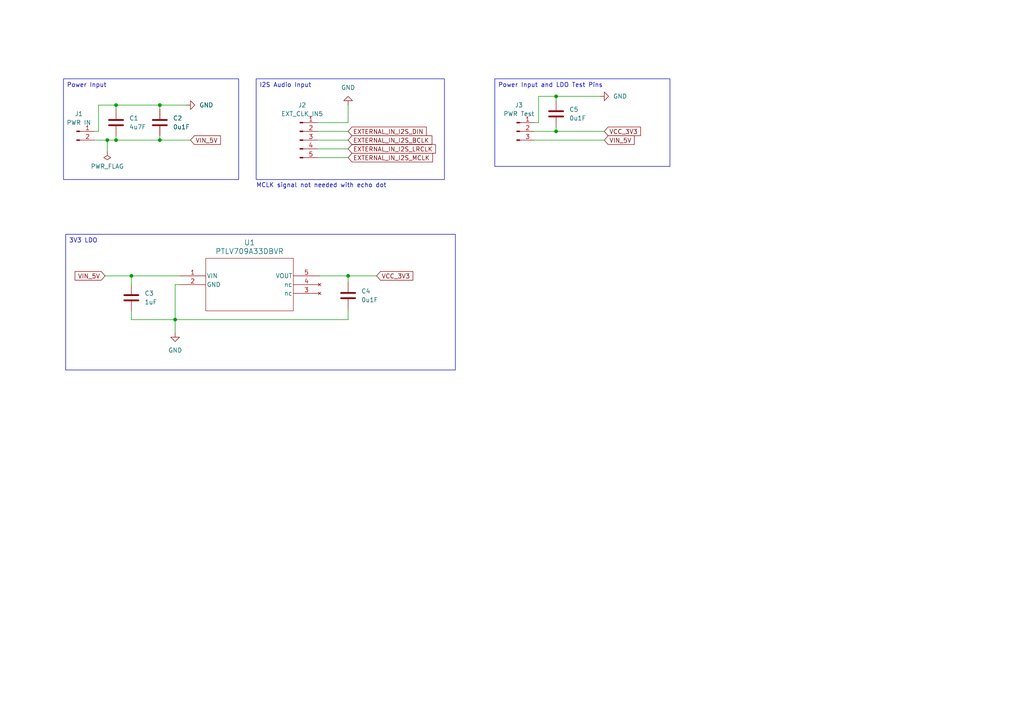
<source format=kicad_sch>
(kicad_sch (version 20230121) (generator eeschema)
  (paper "A4")
  (title_block (title "I2S Audio to AES/EBU Optical Toslink") (date "2023-12-26") (rev "v0.1") (company "Mika Laitio"))
  (lib_symbols
    (symbol "Connector:Conn_01x02_Pin" (pin_names (offset 1.016) hide)
      (property "Reference" "J" (at 0 2.54 0))
      (property "Value" "Conn_01x02_Pin" (at 0 -5.08 0))
      (symbol "Conn_01x02_Pin_1_1"
        (polyline (pts (xy 1.27 -2.54) (xy 0.8636 -2.54)) (stroke (width 0.1524)))
        (polyline (pts (xy 1.27 0) (xy 0.8636 0)) (stroke (width 0.1524)))
        (rectangle (start 0.8636 -2.413) (end 0 -2.667) (stroke (width 0.1524)) (fill (type outline)))
        (rectangle (start 0.8636 0.127) (end 0 -0.127) (stroke (width 0.1524)) (fill (type outline)))
        (pin passive line (at 5.08 0 180) (length 3.81) (name "Pin_1") (number "1"))
        (pin passive line (at 5.08 -2.54 180) (length 3.81) (name "Pin_2") (number "2"))
      )
    )
    (symbol "Connector:Conn_01x03_Pin" (pin_names (offset 1.016) hide)
      (property "Reference" "J" (at 0 5.08 0))
      (property "Value" "Conn_01x03_Pin" (at 0 -5.08 0))
      (symbol "Conn_01x03_Pin_1_1"
        (polyline (pts (xy 1.27 -2.54) (xy 0.8636 -2.54)) (stroke (width 0.1524)))
        (polyline (pts (xy 1.27 0) (xy 0.8636 0)) (stroke (width 0.1524)))
        (polyline (pts (xy 1.27 2.54) (xy 0.8636 2.54)) (stroke (width 0.1524)))
        (rectangle (start 0.8636 -2.413) (end 0 -2.667) (stroke (width 0.1524)) (fill (type outline)))
        (rectangle (start 0.8636 0.127) (end 0 -0.127) (stroke (width 0.1524)) (fill (type outline)))
        (rectangle (start 0.8636 2.667) (end 0 2.413) (stroke (width 0.1524)) (fill (type outline)))
        (pin passive line (at 5.08 2.54 180) (length 3.81) (name "Pin_1") (number "1"))
        (pin passive line (at 5.08 0 180) (length 3.81) (name "Pin_2") (number "2"))
        (pin passive line (at 5.08 -2.54 180) (length 3.81) (name "Pin_3") (number "3"))
      )
    )
    (symbol "Connector:Conn_01x05_Pin" (pin_names (offset 1.016) hide)
      (property "Reference" "J" (at 0 7.62 0))
      (property "Value" "Conn_01x05_Pin" (at 0 -7.62 0))
      (symbol "Conn_01x05_Pin_1_1"
        (polyline (pts (xy 1.27 -5.08) (xy 0.8636 -5.08)) (stroke (width 0.1524)))
        (polyline (pts (xy 1.27 -2.54) (xy 0.8636 -2.54)) (stroke (width 0.1524)))
        (polyline (pts (xy 1.27 0) (xy 0.8636 0)) (stroke (width 0.1524)))
        (polyline (pts (xy 1.27 2.54) (xy 0.8636 2.54)) (stroke (width 0.1524)))
        (polyline (pts (xy 1.27 5.08) (xy 0.8636 5.08)) (stroke (width 0.1524)))
        (rectangle (start 0.8636 -4.953) (end 0 -5.207) (stroke (width 0.1524)) (fill (type outline)))
        (rectangle (start 0.8636 -2.413) (end 0 -2.667) (stroke (width 0.1524)) (fill (type outline)))
        (rectangle (start 0.8636 0.127) (end 0 -0.127) (stroke (width 0.1524)) (fill (type outline)))
        (rectangle (start 0.8636 2.667) (end 0 2.413) (stroke (width 0.1524)) (fill (type outline)))
        (rectangle (start 0.8636 5.207) (end 0 4.953) (stroke (width 0.1524)) (fill (type outline)))
        (pin passive line (at 5.08 5.08 180) (length 3.81) (name "Pin_1") (number "1"))
        (pin passive line (at 5.08 2.54 180) (length 3.81) (name "Pin_2") (number "2"))
        (pin passive line (at 5.08 0 180) (length 3.81) (name "Pin_3") (number "3"))
        (pin passive line (at 5.08 -2.54 180) (length 3.81) (name "Pin_4") (number "4"))
        (pin passive line (at 5.08 -5.08 180) (length 3.81) (name "Pin_5") (number "5"))
      )
    )
    (symbol "Device:C" (pin_numbers hide) (pin_names (offset 0.254))
      (property "Reference" "C" (at 0.635 2.54 0))
      (property "Value" "C" (at 0.635 -2.54 0))
      (symbol "C_0_1"
        (polyline (pts (xy -2.032 -0.762) (xy 2.032 -0.762)) (stroke (width 0.508)))
        (polyline (pts (xy -2.032 0.762) (xy 2.032 0.762)) (stroke (width 0.508)))
      )
      (symbol "C_1_1"
        (pin passive line (at 0 3.81 270) (length 2.794) (name "~") (number "1"))
        (pin passive line (at 0 -3.81 90) (length 2.794) (name "~") (number "2"))
      )
    )
    (symbol "lamikr_tlv709:PTLV709A33DBVR" (pin_names (offset 0.254))
      (property "Reference" "U" (at 20.32 10.16 0))
      (property "Value" "PTLV709A33DBVR" (at 20.32 7.62 0))
      (symbol "PTLV709A33DBVR_0_1"
        (polyline (pts (xy 7.62 -10.16) (xy 33.02 -10.16)) (stroke (width 0.127)))
        (polyline (pts (xy 7.62 5.08) (xy 7.62 -10.16)) (stroke (width 0.127)))
        (polyline (pts (xy 33.02 -10.16) (xy 33.02 5.08)) (stroke (width 0.127)))
        (polyline (pts (xy 33.02 5.08) (xy 7.62 5.08)) (stroke (width 0.127)))
        (pin input line (at 0 0 0) (length 7.62) (name "VIN") (number "1"))
        (pin power_out line (at 0 -2.54 0) (length 7.62) (name "GND") (number "2"))
        (pin no_connect line (at 40.64 -5.08 180) (length 7.62) (name "nc") (number "3"))
        (pin no_connect line (at 40.64 -2.54 180) (length 7.62) (name "nc") (number "4"))
        (pin output line (at 40.64 0 180) (length 7.62) (name "VOUT") (number "5"))
      )
    )
    (symbol "power:GND" (power) (pin_names (offset 0))
      (property "Value" "GND" (at 0 -3.81 0))
      (symbol "GND_0_1"
        (polyline (pts (xy 0 0) (xy 0 -1.27) (xy 1.27 -1.27) (xy 0 -2.54) (xy -1.27 -1.27) (xy 0 -1.27)))
      )
      (symbol "GND_1_1"
        (pin power_in line (at 0 0 270) (length 0) hide (name "GND") (number "1"))
      )
    )
    (symbol "power:PWR_FLAG" (power) (pin_numbers hide) (pin_names (offset 0) hide)
      (property "Value" "PWR_FLAG" (at 0 3.81 0))
      (symbol "PWR_FLAG_0_0"
        (pin power_out line (at 0 0 90) (length 0) (name "pwr") (number "1"))
      )
      (symbol "PWR_FLAG_0_1"
        (polyline (pts (xy 0 0) (xy 0 1.27) (xy -1.016 1.905) (xy 0 2.54) (xy 1.016 1.905) (xy 0 1.27)))
      )
    )
  )
  (junction (at 100.965 80.01))
  (junction (at 161.29 38.1))
  (junction (at 46.355 30.48))
  (junction (at 38.1 80.01))
  (junction (at 33.655 40.64))
  (junction (at 33.655 30.48))
  (junction (at 50.8 92.71))
  (junction (at 161.29 27.94))
  (junction (at 31.115 40.64))
  (junction (at 46.355 40.64))
  (wire (pts (xy 156.21 35.56) (xy 154.94 35.56)))
  (wire (pts (xy 38.1 80.01) (xy 52.07 80.01)))
  (wire (pts (xy 92.075 43.18) (xy 100.965 43.18)))
  (wire (pts (xy 30.48 80.01) (xy 38.1 80.01)))
  (wire (pts (xy 92.075 40.64) (xy 100.965 40.64)))
  (wire (pts (xy 100.965 80.01) (xy 109.22 80.01)))
  (wire (pts (xy 38.1 80.01) (xy 38.1 82.55)))
  (wire (pts (xy 154.94 40.64) (xy 175.26 40.64)))
  (wire (pts (xy 38.1 92.71) (xy 50.8 92.71)))
  (wire (pts (xy 46.355 30.48) (xy 53.975 30.48)))
  (wire (pts (xy 52.07 82.55) (xy 50.8 82.55)))
  (wire (pts (xy 156.21 27.94) (xy 156.21 35.56)))
  (wire (pts (xy 46.355 39.37) (xy 46.355 40.64)))
  (wire (pts (xy 156.21 27.94) (xy 161.29 27.94)))
  (wire (pts (xy 46.355 30.48) (xy 46.355 31.75)))
  (wire (pts (xy 100.965 89.535) (xy 100.965 92.71)))
  (wire (pts (xy 28.575 38.1) (xy 27.305 38.1)))
  (wire (pts (xy 31.115 40.64) (xy 33.655 40.64)))
  (wire (pts (xy 38.1 90.17) (xy 38.1 92.71)))
  (wire (pts (xy 92.71 80.01) (xy 100.965 80.01)))
  (wire (pts (xy 27.305 40.64) (xy 31.115 40.64)))
  (wire (pts (xy 50.8 92.71) (xy 50.8 96.52)))
  (wire (pts (xy 92.075 38.1) (xy 100.965 38.1)))
  (wire (pts (xy 92.075 35.56) (xy 100.965 35.56)))
  (wire (pts (xy 161.29 27.94) (xy 173.99 27.94)))
  (wire (pts (xy 31.115 40.64) (xy 31.115 43.815)))
  (wire (pts (xy 28.575 30.48) (xy 33.655 30.48)))
  (wire (pts (xy 154.94 38.1) (xy 161.29 38.1)))
  (wire (pts (xy 100.965 35.56) (xy 100.965 30.48)))
  (wire (pts (xy 33.655 30.48) (xy 33.655 31.75)))
  (wire (pts (xy 161.29 27.94) (xy 161.29 29.21)))
  (wire (pts (xy 46.355 40.64) (xy 55.245 40.64)))
  (wire (pts (xy 92.075 45.72) (xy 100.965 45.72)))
  (wire (pts (xy 100.965 92.71) (xy 50.8 92.71)))
  (wire (pts (xy 33.655 40.64) (xy 46.355 40.64)))
  (wire (pts (xy 50.8 82.55) (xy 50.8 92.71)))
  (wire (pts (xy 161.29 38.1) (xy 175.26 38.1)))
  (wire (pts (xy 161.29 36.83) (xy 161.29 38.1)))
  (wire (pts (xy 33.655 30.48) (xy 46.355 30.48)))
  (wire (pts (xy 33.655 39.37) (xy 33.655 40.64)))
  (wire (pts (xy 100.965 80.01) (xy 100.965 81.915)))
  (wire (pts (xy 28.575 30.48) (xy 28.575 38.1)))
  (text_box "I2S Audio Input" (at 74.295 22.86 0) (size 54.61 29.21) (effects (font (size 1.27 1.27)) (justify left top)))
  (text_box "Power Input and LDO Test Pins" (at 143.51 22.86 0) (size 50.8 25.4) (effects (font (size 1.27 1.27)) (justify left top)))
  (text_box "Power Input" (at 18.415 22.86 0) (size 50.8 29.21) (effects (font (size 1.27 1.27)) (justify left top)))
  (text_box "3V3 LDO" (at 19.05 67.945 0) (size 113.03 39.37) (effects (font (size 1.27 1.27)) (justify left top)))
  (text "MCLK signal not needed with echo dot" (at 74.295 54.61 0) (effects (font (size 1.27 1.27)) (justify left bottom)))
  (global_label "VCC_3V3" (shape input) (at 175.26 38.1 0) (property "Intersheetrefs" "${INTERSHEET_REFS}" (effects hide)))
  (global_label "VIN_5V" (shape input) (at 30.48 80.01 180) (property "Intersheetrefs" "${INTERSHEET_REFS}" (effects hide)))
  (global_label "EXTERNAL_IN_I2S_MCLK" (shape input) (at 100.965 45.72 0) (property "Intersheetrefs" "${INTERSHEET_REFS}" (effects hide)))
  (global_label "VCC_3V3" (shape input) (at 109.22 80.01 0) (property "Intersheetrefs" "${INTERSHEET_REFS}" (effects hide)))
  (global_label "VIN_5V" (shape input) (at 55.245 40.64 0) (property "Intersheetrefs" "${INTERSHEET_REFS}" (effects hide)))
  (global_label "EXTERNAL_IN_I2S_DIN" (shape input) (at 100.965 38.1 0) (property "Intersheetrefs" "${INTERSHEET_REFS}" (effects hide)))
  (global_label "EXTERNAL_IN_I2S_LRCLK" (shape input) (at 100.965 43.18 0) (property "Intersheetrefs" "${INTERSHEET_REFS}" (effects hide)))
  (global_label "EXTERNAL_IN_I2S_BCLK" (shape input) (at 100.965 40.64 0) (property "Intersheetrefs" "${INTERSHEET_REFS}" (effects hide)))
  (global_label "VIN_5V" (shape input) (at 175.26 40.64 0) (property "Intersheetrefs" "${INTERSHEET_REFS}" (effects hide)))
  (symbol (lib_id "power:GND") (at 100.965 30.48 180) (unit 1)
    (property "Reference" "#PWR02" (effects hide))
    (property "Value" "GND" (at 100.965 25.4 0))
  )
  (symbol (lib_id "power:GND") (at 173.99 27.94 90) (unit 1)
    (property "Reference" "#PWR04" (effects hide))
    (property "Value" "GND" (at 177.8 27.94 90) (effects (justify right)))
  )
  (symbol (lib_id "Connector:Conn_01x03_Pin") (at 149.86 38.1 0) (unit 1)
    (property "Reference" "J3" (at 150.495 30.48 0))
    (property "Value" "PWR Test" (at 150.495 33.02 0))
    (property "Footprint" "Connector_PinHeader_2.54mm:PinHeader_1x03_P2.54mm_Vertical" (effects hide))
  )
  (symbol (lib_id "power:GND") (at 50.8 96.52 0) (unit 1)
    (property "Reference" "#PWR03" (effects hide))
    (property "Value" "GND" (at 50.8 101.6 0))
  )
  (symbol (lib_id "lamikr_tlv709:PTLV709A33DBVR") (at 52.07 80.01 0) (unit 1)
    (property "Reference" "U1" (at 72.39 70.358 0) (effects (font (size 1.524 1.524))))
    (property "Value" "PTLV709A33DBVR" (at 72.39 72.898 0) (effects (font (size 1.524 1.524))))
    (property "Footprint" "SOT-23-5_DBV_TEX" (effects hide))
    (property "Datasheet" "PTLV709A33DBVR" (effects hide))
  )
  (symbol (lib_id "power:PWR_FLAG") (at 31.115 43.815 180) (unit 1)
    (property "Reference" "#FLG01" (effects hide))
    (property "Value" "PWR_FLAG" (at 31.115 48.26 0))
  )
  (symbol (lib_id "Connector:Conn_01x05_Pin") (at 86.995 40.64 0) (unit 1)
    (property "Reference" "J2" (at 87.63 30.48 0))
    (property "Value" "EXT_CLK_IN5" (at 87.63 33.02 0))
    (property "Footprint" "Connector_PinHeader_2.54mm:PinHeader_1x05_P2.54mm_Vertical" (effects hide))
  )
  (symbol (lib_id "power:GND") (at 53.975 30.48 90) (unit 1)
    (property "Reference" "#PWR01" (effects hide))
    (property "Value" "GND" (at 57.785 30.48 90) (effects (justify right)))
  )
  (symbol (lib_id "Device:C") (at 38.1 86.36 0) (unit 1)
    (property "Reference" "C3" (at 41.91 85.09 0) (effects (justify left)))
    (property "Value" "1uF" (at 41.91 87.63 0) (effects (justify left)))
    (property "Footprint" "Capacitor_SMD:C_0402_1005Metric" (effects hide))
  )
  (symbol (lib_id "Connector:Conn_01x02_Pin") (at 22.225 38.1 0) (unit 1)
    (property "Reference" "J1" (at 22.86 33.02 0))
    (property "Value" "PWR IN" (at 22.86 35.56 0))
    (property "Footprint" "Connector_PinHeader_2.54mm:PinHeader_1x02_P2.54mm_Vertical" (effects hide))
  )
  (symbol (lib_id "Device:C") (at 46.355 35.56 0) (unit 1)
    (property "Reference" "C2" (at 50.165 34.29 0) (effects (justify left)))
    (property "Value" "0u1F" (at 50.165 36.83 0) (effects (justify left)))
    (property "Footprint" "Capacitor_SMD:C_0402_1005Metric" (effects hide))
  )
  (symbol (lib_id "Device:C") (at 33.655 35.56 0) (unit 1)
    (property "Reference" "C1" (at 37.465 34.29 0) (effects (justify left)))
    (property "Value" "4u7F" (at 37.465 36.83 0) (effects (justify left)))
    (property "Footprint" "Capacitor_SMD:C_0402_1005Metric" (effects hide))
  )
  (symbol (lib_id "Device:C") (at 100.965 85.725 0) (unit 1)
    (property "Reference" "C4" (at 104.775 84.455 0) (effects (justify left)))
    (property "Value" "0u1F" (at 104.775 86.995 0) (effects (justify left)))
    (property "Footprint" "Capacitor_SMD:C_0402_1005Metric" (effects hide))
  )
  (symbol (lib_id "Device:C") (at 161.29 33.02 0) (unit 1)
    (property "Reference" "C5" (at 165.1 31.75 0) (effects (justify left)))
    (property "Value" "0u1F" (at 165.1 34.29 0) (effects (justify left)))
    (property "Footprint" "Capacitor_SMD:C_0402_1005Metric" (effects hide))
  )
)
</source>
